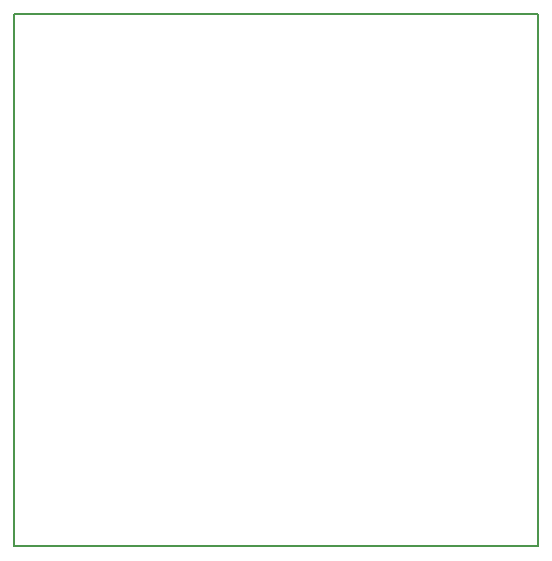
<source format=gm1>
G04 MADE WITH FRITZING*
G04 WWW.FRITZING.ORG*
G04 DOUBLE SIDED*
G04 HOLES PLATED*
G04 CONTOUR ON CENTER OF CONTOUR VECTOR*
%ASAXBY*%
%FSLAX23Y23*%
%MOIN*%
%OFA0B0*%
%SFA1.0B1.0*%
%ADD10R,1.751970X1.783460*%
%ADD11C,0.008000*%
%ADD10C,0.008*%
%LNCONTOUR*%
G90*
G70*
G54D10*
G54D11*
X4Y1779D02*
X1748Y1779D01*
X1748Y4D01*
X4Y4D01*
X4Y1779D01*
D02*
G04 End of contour*
M02*
</source>
